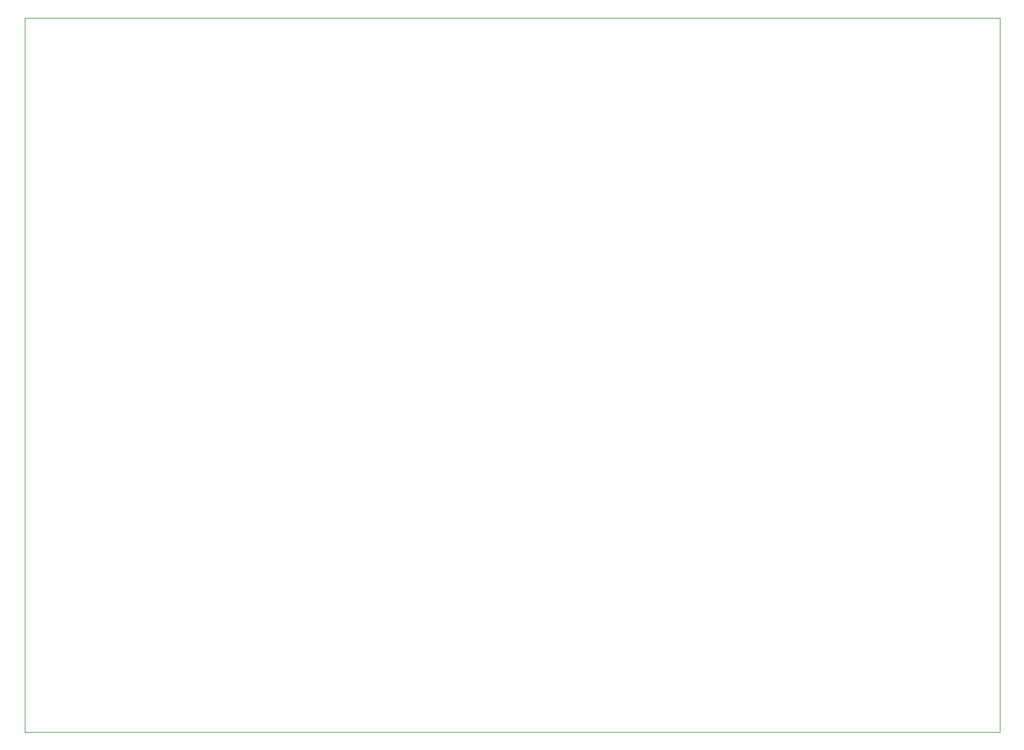
<source format=gbr>
G04 (created by PCBNEW (2013-mar-13)-testing) date Sat 12 Oct 2013 12:16:51 AM EDT*
%MOIN*%
G04 Gerber Fmt 3.4, Leading zero omitted, Abs format*
%FSLAX34Y34*%
G01*
G70*
G90*
G04 APERTURE LIST*
%ADD10C,0.005906*%
%ADD11C,0.001000*%
G04 APERTURE END LIST*
G54D10*
G54D11*
X5000Y-43500D02*
X5000Y-5000D01*
X57500Y-43500D02*
X5000Y-43500D01*
X57500Y-5000D02*
X57500Y-43500D01*
X5000Y-5000D02*
X57500Y-5000D01*
M02*

</source>
